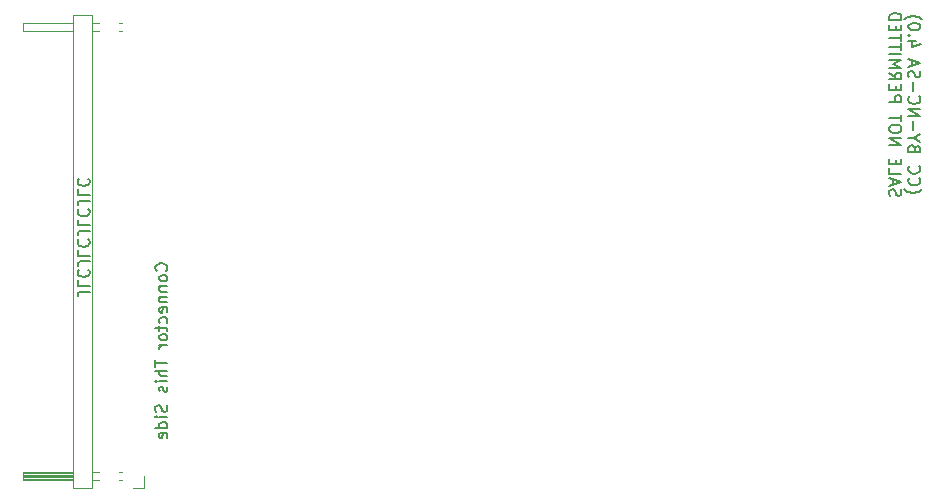
<source format=gbr>
%TF.GenerationSoftware,KiCad,Pcbnew,(6.0.2)*%
%TF.CreationDate,2022-04-05T12:49:12-06:00*%
%TF.ProjectId,PowerBook_F4_THTV1,506f7765-7242-46f6-9f6b-5f46345f5448,rev?*%
%TF.SameCoordinates,Original*%
%TF.FileFunction,Legend,Bot*%
%TF.FilePolarity,Positive*%
%FSLAX46Y46*%
G04 Gerber Fmt 4.6, Leading zero omitted, Abs format (unit mm)*
G04 Created by KiCad (PCBNEW (6.0.2)) date 2022-04-05 12:49:12*
%MOMM*%
%LPD*%
G01*
G04 APERTURE LIST*
%ADD10C,0.150000*%
%ADD11C,0.120000*%
G04 APERTURE END LIST*
D10*
X66587619Y-85169047D02*
X65873333Y-85169047D01*
X65730476Y-85216666D01*
X65635238Y-85311904D01*
X65587619Y-85454761D01*
X65587619Y-85550000D01*
X65587619Y-84216666D02*
X65587619Y-84692857D01*
X66587619Y-84692857D01*
X65682857Y-83311904D02*
X65635238Y-83359523D01*
X65587619Y-83502380D01*
X65587619Y-83597619D01*
X65635238Y-83740476D01*
X65730476Y-83835714D01*
X65825714Y-83883333D01*
X66016190Y-83930952D01*
X66159047Y-83930952D01*
X66349523Y-83883333D01*
X66444761Y-83835714D01*
X66540000Y-83740476D01*
X66587619Y-83597619D01*
X66587619Y-83502380D01*
X66540000Y-83359523D01*
X66492380Y-83311904D01*
X66587619Y-82597619D02*
X65873333Y-82597619D01*
X65730476Y-82645238D01*
X65635238Y-82740476D01*
X65587619Y-82883333D01*
X65587619Y-82978571D01*
X65587619Y-81645238D02*
X65587619Y-82121428D01*
X66587619Y-82121428D01*
X65682857Y-80740476D02*
X65635238Y-80788095D01*
X65587619Y-80930952D01*
X65587619Y-81026190D01*
X65635238Y-81169047D01*
X65730476Y-81264285D01*
X65825714Y-81311904D01*
X66016190Y-81359523D01*
X66159047Y-81359523D01*
X66349523Y-81311904D01*
X66444761Y-81264285D01*
X66540000Y-81169047D01*
X66587619Y-81026190D01*
X66587619Y-80930952D01*
X66540000Y-80788095D01*
X66492380Y-80740476D01*
X66587619Y-80026190D02*
X65873333Y-80026190D01*
X65730476Y-80073809D01*
X65635238Y-80169047D01*
X65587619Y-80311904D01*
X65587619Y-80407142D01*
X65587619Y-79073809D02*
X65587619Y-79550000D01*
X66587619Y-79550000D01*
X65682857Y-78169047D02*
X65635238Y-78216666D01*
X65587619Y-78359523D01*
X65587619Y-78454761D01*
X65635238Y-78597619D01*
X65730476Y-78692857D01*
X65825714Y-78740476D01*
X66016190Y-78788095D01*
X66159047Y-78788095D01*
X66349523Y-78740476D01*
X66444761Y-78692857D01*
X66540000Y-78597619D01*
X66587619Y-78454761D01*
X66587619Y-78359523D01*
X66540000Y-78216666D01*
X66492380Y-78169047D01*
X66587619Y-77454761D02*
X65873333Y-77454761D01*
X65730476Y-77502380D01*
X65635238Y-77597619D01*
X65587619Y-77740476D01*
X65587619Y-77835714D01*
X65587619Y-76502380D02*
X65587619Y-76978571D01*
X66587619Y-76978571D01*
X65682857Y-75597619D02*
X65635238Y-75645238D01*
X65587619Y-75788095D01*
X65587619Y-75883333D01*
X65635238Y-76026190D01*
X65730476Y-76121428D01*
X65825714Y-76169047D01*
X66016190Y-76216666D01*
X66159047Y-76216666D01*
X66349523Y-76169047D01*
X66444761Y-76121428D01*
X66540000Y-76026190D01*
X66587619Y-75883333D01*
X66587619Y-75788095D01*
X66540000Y-75645238D01*
X66492380Y-75597619D01*
X73077142Y-83394285D02*
X73124761Y-83346666D01*
X73172380Y-83203809D01*
X73172380Y-83108571D01*
X73124761Y-82965714D01*
X73029523Y-82870476D01*
X72934285Y-82822857D01*
X72743809Y-82775238D01*
X72600952Y-82775238D01*
X72410476Y-82822857D01*
X72315238Y-82870476D01*
X72220000Y-82965714D01*
X72172380Y-83108571D01*
X72172380Y-83203809D01*
X72220000Y-83346666D01*
X72267619Y-83394285D01*
X73172380Y-83965714D02*
X73124761Y-83870476D01*
X73077142Y-83822857D01*
X72981904Y-83775238D01*
X72696190Y-83775238D01*
X72600952Y-83822857D01*
X72553333Y-83870476D01*
X72505714Y-83965714D01*
X72505714Y-84108571D01*
X72553333Y-84203809D01*
X72600952Y-84251428D01*
X72696190Y-84299047D01*
X72981904Y-84299047D01*
X73077142Y-84251428D01*
X73124761Y-84203809D01*
X73172380Y-84108571D01*
X73172380Y-83965714D01*
X72505714Y-84727619D02*
X73172380Y-84727619D01*
X72600952Y-84727619D02*
X72553333Y-84775238D01*
X72505714Y-84870476D01*
X72505714Y-85013333D01*
X72553333Y-85108571D01*
X72648571Y-85156190D01*
X73172380Y-85156190D01*
X72505714Y-85632380D02*
X73172380Y-85632380D01*
X72600952Y-85632380D02*
X72553333Y-85680000D01*
X72505714Y-85775238D01*
X72505714Y-85918095D01*
X72553333Y-86013333D01*
X72648571Y-86060952D01*
X73172380Y-86060952D01*
X73124761Y-86918095D02*
X73172380Y-86822857D01*
X73172380Y-86632380D01*
X73124761Y-86537142D01*
X73029523Y-86489523D01*
X72648571Y-86489523D01*
X72553333Y-86537142D01*
X72505714Y-86632380D01*
X72505714Y-86822857D01*
X72553333Y-86918095D01*
X72648571Y-86965714D01*
X72743809Y-86965714D01*
X72839047Y-86489523D01*
X73124761Y-87822857D02*
X73172380Y-87727619D01*
X73172380Y-87537142D01*
X73124761Y-87441904D01*
X73077142Y-87394285D01*
X72981904Y-87346666D01*
X72696190Y-87346666D01*
X72600952Y-87394285D01*
X72553333Y-87441904D01*
X72505714Y-87537142D01*
X72505714Y-87727619D01*
X72553333Y-87822857D01*
X72505714Y-88108571D02*
X72505714Y-88489523D01*
X72172380Y-88251428D02*
X73029523Y-88251428D01*
X73124761Y-88299047D01*
X73172380Y-88394285D01*
X73172380Y-88489523D01*
X73172380Y-88965714D02*
X73124761Y-88870476D01*
X73077142Y-88822857D01*
X72981904Y-88775238D01*
X72696190Y-88775238D01*
X72600952Y-88822857D01*
X72553333Y-88870476D01*
X72505714Y-88965714D01*
X72505714Y-89108571D01*
X72553333Y-89203809D01*
X72600952Y-89251428D01*
X72696190Y-89299047D01*
X72981904Y-89299047D01*
X73077142Y-89251428D01*
X73124761Y-89203809D01*
X73172380Y-89108571D01*
X73172380Y-88965714D01*
X73172380Y-89727619D02*
X72505714Y-89727619D01*
X72696190Y-89727619D02*
X72600952Y-89775238D01*
X72553333Y-89822857D01*
X72505714Y-89918095D01*
X72505714Y-90013333D01*
X72172380Y-90965714D02*
X72172380Y-91537142D01*
X73172380Y-91251428D02*
X72172380Y-91251428D01*
X73172380Y-91870476D02*
X72172380Y-91870476D01*
X73172380Y-92299047D02*
X72648571Y-92299047D01*
X72553333Y-92251428D01*
X72505714Y-92156190D01*
X72505714Y-92013333D01*
X72553333Y-91918095D01*
X72600952Y-91870476D01*
X73172380Y-92775238D02*
X72505714Y-92775238D01*
X72172380Y-92775238D02*
X72220000Y-92727619D01*
X72267619Y-92775238D01*
X72220000Y-92822857D01*
X72172380Y-92775238D01*
X72267619Y-92775238D01*
X73124761Y-93203809D02*
X73172380Y-93299047D01*
X73172380Y-93489523D01*
X73124761Y-93584761D01*
X73029523Y-93632380D01*
X72981904Y-93632380D01*
X72886666Y-93584761D01*
X72839047Y-93489523D01*
X72839047Y-93346666D01*
X72791428Y-93251428D01*
X72696190Y-93203809D01*
X72648571Y-93203809D01*
X72553333Y-93251428D01*
X72505714Y-93346666D01*
X72505714Y-93489523D01*
X72553333Y-93584761D01*
X73124761Y-94775238D02*
X73172380Y-94918095D01*
X73172380Y-95156190D01*
X73124761Y-95251428D01*
X73077142Y-95299047D01*
X72981904Y-95346666D01*
X72886666Y-95346666D01*
X72791428Y-95299047D01*
X72743809Y-95251428D01*
X72696190Y-95156190D01*
X72648571Y-94965714D01*
X72600952Y-94870476D01*
X72553333Y-94822857D01*
X72458095Y-94775238D01*
X72362857Y-94775238D01*
X72267619Y-94822857D01*
X72220000Y-94870476D01*
X72172380Y-94965714D01*
X72172380Y-95203809D01*
X72220000Y-95346666D01*
X73172380Y-95775238D02*
X72505714Y-95775238D01*
X72172380Y-95775238D02*
X72220000Y-95727619D01*
X72267619Y-95775238D01*
X72220000Y-95822857D01*
X72172380Y-95775238D01*
X72267619Y-95775238D01*
X73172380Y-96680000D02*
X72172380Y-96680000D01*
X73124761Y-96680000D02*
X73172380Y-96584761D01*
X73172380Y-96394285D01*
X73124761Y-96299047D01*
X73077142Y-96251428D01*
X72981904Y-96203809D01*
X72696190Y-96203809D01*
X72600952Y-96251428D01*
X72553333Y-96299047D01*
X72505714Y-96394285D01*
X72505714Y-96584761D01*
X72553333Y-96680000D01*
X73124761Y-97537142D02*
X73172380Y-97441904D01*
X73172380Y-97251428D01*
X73124761Y-97156190D01*
X73029523Y-97108571D01*
X72648571Y-97108571D01*
X72553333Y-97156190D01*
X72505714Y-97251428D01*
X72505714Y-97441904D01*
X72553333Y-97537142D01*
X72648571Y-97584761D01*
X72743809Y-97584761D01*
X72839047Y-97108571D01*
X135541666Y-76500476D02*
X135589285Y-76548095D01*
X135732142Y-76643333D01*
X135827380Y-76690952D01*
X135970238Y-76738571D01*
X136208333Y-76786190D01*
X136398809Y-76786190D01*
X136636904Y-76738571D01*
X136779761Y-76690952D01*
X136875000Y-76643333D01*
X137017857Y-76548095D01*
X137065476Y-76500476D01*
X136017857Y-75548095D02*
X135970238Y-75595714D01*
X135922619Y-75738571D01*
X135922619Y-75833809D01*
X135970238Y-75976666D01*
X136065476Y-76071904D01*
X136160714Y-76119523D01*
X136351190Y-76167142D01*
X136494047Y-76167142D01*
X136684523Y-76119523D01*
X136779761Y-76071904D01*
X136875000Y-75976666D01*
X136922619Y-75833809D01*
X136922619Y-75738571D01*
X136875000Y-75595714D01*
X136827380Y-75548095D01*
X136017857Y-74548095D02*
X135970238Y-74595714D01*
X135922619Y-74738571D01*
X135922619Y-74833809D01*
X135970238Y-74976666D01*
X136065476Y-75071904D01*
X136160714Y-75119523D01*
X136351190Y-75167142D01*
X136494047Y-75167142D01*
X136684523Y-75119523D01*
X136779761Y-75071904D01*
X136875000Y-74976666D01*
X136922619Y-74833809D01*
X136922619Y-74738571D01*
X136875000Y-74595714D01*
X136827380Y-74548095D01*
X136446428Y-73024285D02*
X136398809Y-72881428D01*
X136351190Y-72833809D01*
X136255952Y-72786190D01*
X136113095Y-72786190D01*
X136017857Y-72833809D01*
X135970238Y-72881428D01*
X135922619Y-72976666D01*
X135922619Y-73357619D01*
X136922619Y-73357619D01*
X136922619Y-73024285D01*
X136875000Y-72929047D01*
X136827380Y-72881428D01*
X136732142Y-72833809D01*
X136636904Y-72833809D01*
X136541666Y-72881428D01*
X136494047Y-72929047D01*
X136446428Y-73024285D01*
X136446428Y-73357619D01*
X136398809Y-72167142D02*
X135922619Y-72167142D01*
X136922619Y-72500476D02*
X136398809Y-72167142D01*
X136922619Y-71833809D01*
X136303571Y-71500476D02*
X136303571Y-70738571D01*
X135922619Y-70262380D02*
X136922619Y-70262380D01*
X135922619Y-69690952D01*
X136922619Y-69690952D01*
X136017857Y-68643333D02*
X135970238Y-68690952D01*
X135922619Y-68833809D01*
X135922619Y-68929047D01*
X135970238Y-69071904D01*
X136065476Y-69167142D01*
X136160714Y-69214761D01*
X136351190Y-69262380D01*
X136494047Y-69262380D01*
X136684523Y-69214761D01*
X136779761Y-69167142D01*
X136875000Y-69071904D01*
X136922619Y-68929047D01*
X136922619Y-68833809D01*
X136875000Y-68690952D01*
X136827380Y-68643333D01*
X136303571Y-68214761D02*
X136303571Y-67452857D01*
X135970238Y-67024285D02*
X135922619Y-66881428D01*
X135922619Y-66643333D01*
X135970238Y-66548095D01*
X136017857Y-66500476D01*
X136113095Y-66452857D01*
X136208333Y-66452857D01*
X136303571Y-66500476D01*
X136351190Y-66548095D01*
X136398809Y-66643333D01*
X136446428Y-66833809D01*
X136494047Y-66929047D01*
X136541666Y-66976666D01*
X136636904Y-67024285D01*
X136732142Y-67024285D01*
X136827380Y-66976666D01*
X136875000Y-66929047D01*
X136922619Y-66833809D01*
X136922619Y-66595714D01*
X136875000Y-66452857D01*
X136208333Y-66071904D02*
X136208333Y-65595714D01*
X135922619Y-66167142D02*
X136922619Y-65833809D01*
X135922619Y-65500476D01*
X136589285Y-63976666D02*
X135922619Y-63976666D01*
X136970238Y-64214761D02*
X136255952Y-64452857D01*
X136255952Y-63833809D01*
X136017857Y-63452857D02*
X135970238Y-63405238D01*
X135922619Y-63452857D01*
X135970238Y-63500476D01*
X136017857Y-63452857D01*
X135922619Y-63452857D01*
X136922619Y-62786190D02*
X136922619Y-62690952D01*
X136875000Y-62595714D01*
X136827380Y-62548095D01*
X136732142Y-62500476D01*
X136541666Y-62452857D01*
X136303571Y-62452857D01*
X136113095Y-62500476D01*
X136017857Y-62548095D01*
X135970238Y-62595714D01*
X135922619Y-62690952D01*
X135922619Y-62786190D01*
X135970238Y-62881428D01*
X136017857Y-62929047D01*
X136113095Y-62976666D01*
X136303571Y-63024285D01*
X136541666Y-63024285D01*
X136732142Y-62976666D01*
X136827380Y-62929047D01*
X136875000Y-62881428D01*
X136922619Y-62786190D01*
X135541666Y-62119523D02*
X135589285Y-62071904D01*
X135732142Y-61976666D01*
X135827380Y-61929047D01*
X135970238Y-61881428D01*
X136208333Y-61833809D01*
X136398809Y-61833809D01*
X136636904Y-61881428D01*
X136779761Y-61929047D01*
X136875000Y-61976666D01*
X137017857Y-62071904D01*
X137065476Y-62119523D01*
X134360238Y-77048095D02*
X134312619Y-76905238D01*
X134312619Y-76667142D01*
X134360238Y-76571904D01*
X134407857Y-76524285D01*
X134503095Y-76476666D01*
X134598333Y-76476666D01*
X134693571Y-76524285D01*
X134741190Y-76571904D01*
X134788809Y-76667142D01*
X134836428Y-76857619D01*
X134884047Y-76952857D01*
X134931666Y-77000476D01*
X135026904Y-77048095D01*
X135122142Y-77048095D01*
X135217380Y-77000476D01*
X135265000Y-76952857D01*
X135312619Y-76857619D01*
X135312619Y-76619523D01*
X135265000Y-76476666D01*
X134598333Y-76095714D02*
X134598333Y-75619523D01*
X134312619Y-76190952D02*
X135312619Y-75857619D01*
X134312619Y-75524285D01*
X134312619Y-74714761D02*
X134312619Y-75190952D01*
X135312619Y-75190952D01*
X134836428Y-74381428D02*
X134836428Y-74048095D01*
X134312619Y-73905238D02*
X134312619Y-74381428D01*
X135312619Y-74381428D01*
X135312619Y-73905238D01*
X134312619Y-72714761D02*
X135312619Y-72714761D01*
X134312619Y-72143333D01*
X135312619Y-72143333D01*
X135312619Y-71476666D02*
X135312619Y-71286190D01*
X135265000Y-71190952D01*
X135169761Y-71095714D01*
X134979285Y-71048095D01*
X134645952Y-71048095D01*
X134455476Y-71095714D01*
X134360238Y-71190952D01*
X134312619Y-71286190D01*
X134312619Y-71476666D01*
X134360238Y-71571904D01*
X134455476Y-71667142D01*
X134645952Y-71714761D01*
X134979285Y-71714761D01*
X135169761Y-71667142D01*
X135265000Y-71571904D01*
X135312619Y-71476666D01*
X135312619Y-70762380D02*
X135312619Y-70190952D01*
X134312619Y-70476666D02*
X135312619Y-70476666D01*
X134312619Y-69095714D02*
X135312619Y-69095714D01*
X135312619Y-68714761D01*
X135265000Y-68619523D01*
X135217380Y-68571904D01*
X135122142Y-68524285D01*
X134979285Y-68524285D01*
X134884047Y-68571904D01*
X134836428Y-68619523D01*
X134788809Y-68714761D01*
X134788809Y-69095714D01*
X134836428Y-68095714D02*
X134836428Y-67762380D01*
X134312619Y-67619523D02*
X134312619Y-68095714D01*
X135312619Y-68095714D01*
X135312619Y-67619523D01*
X134312619Y-66619523D02*
X134788809Y-66952857D01*
X134312619Y-67190952D02*
X135312619Y-67190952D01*
X135312619Y-66810000D01*
X135265000Y-66714761D01*
X135217380Y-66667142D01*
X135122142Y-66619523D01*
X134979285Y-66619523D01*
X134884047Y-66667142D01*
X134836428Y-66714761D01*
X134788809Y-66810000D01*
X134788809Y-67190952D01*
X134312619Y-66190952D02*
X135312619Y-66190952D01*
X134598333Y-65857619D01*
X135312619Y-65524285D01*
X134312619Y-65524285D01*
X134312619Y-65048095D02*
X135312619Y-65048095D01*
X135312619Y-64714761D02*
X135312619Y-64143333D01*
X134312619Y-64429047D02*
X135312619Y-64429047D01*
X135312619Y-63952857D02*
X135312619Y-63381428D01*
X134312619Y-63667142D02*
X135312619Y-63667142D01*
X134836428Y-63048095D02*
X134836428Y-62714761D01*
X134312619Y-62571904D02*
X134312619Y-63048095D01*
X135312619Y-63048095D01*
X135312619Y-62571904D01*
X134312619Y-62143333D02*
X135312619Y-62143333D01*
X135312619Y-61905238D01*
X135265000Y-61762380D01*
X135169761Y-61667142D01*
X135074523Y-61619523D01*
X134884047Y-61571904D01*
X134741190Y-61571904D01*
X134550714Y-61619523D01*
X134455476Y-61667142D01*
X134360238Y-61762380D01*
X134312619Y-61905238D01*
X134312619Y-62143333D01*
D11*
%TO.C,J2*%
X65174560Y-100533400D02*
X60974560Y-100533400D01*
X65174560Y-100893400D02*
X60974560Y-100893400D01*
X65174560Y-100773400D02*
X60974560Y-100773400D01*
X67352446Y-62453400D02*
X66794560Y-62453400D01*
X71234560Y-101763400D02*
X70234560Y-101763400D01*
X60974560Y-100453400D02*
X65174560Y-100453400D01*
X60974560Y-101073400D02*
X60974560Y-100453400D01*
X66794560Y-101823400D02*
X66794560Y-61703400D01*
X67352446Y-63073400D02*
X66794560Y-63073400D01*
X60974560Y-63073400D02*
X60974560Y-62453400D01*
X69299560Y-100453400D02*
X69116674Y-100453400D01*
X65174560Y-101013400D02*
X60974560Y-101013400D01*
X65174560Y-101073400D02*
X60974560Y-101073400D01*
X67352446Y-101073400D02*
X66794560Y-101073400D01*
X67352446Y-100453400D02*
X66794560Y-100453400D01*
X65174560Y-63073400D02*
X60974560Y-63073400D01*
X66794560Y-61703400D02*
X65174560Y-61703400D01*
X69352446Y-62453400D02*
X69116674Y-62453400D01*
X65174560Y-100653400D02*
X60974560Y-100653400D01*
X69299560Y-101073400D02*
X69116674Y-101073400D01*
X69352446Y-63073400D02*
X69116674Y-63073400D01*
X65174560Y-101823400D02*
X66794560Y-101823400D01*
X65174560Y-61703400D02*
X65174560Y-101823400D01*
X60974560Y-62453400D02*
X65174560Y-62453400D01*
X71234560Y-100763400D02*
X71234560Y-101763400D01*
%TD*%
M02*

</source>
